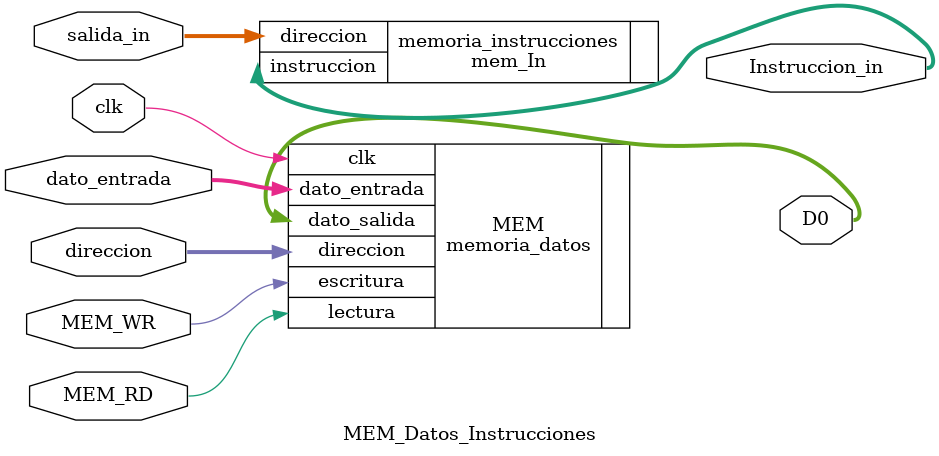
<source format=v>
`timescale 1ns / 1ps


module MEM_Datos_Instrucciones(clk,salida_in,dato_entrada,direccion,D0,Instruccion_in,MEM_RD,MEM_WR);

input [31:0]salida_in,dato_entrada,direccion;
output [31:0]D0,Instruccion_in;
input MEM_RD,MEM_WR,clk;

///////////////////////////////////////////////////////////////7
// instancia de memoria

mem_In memoria_instrucciones(
                .direccion(salida_in),    
                .instruccion(Instruccion_in));
                
/////////////////////////////////////////////                
                
//INSTANCIA MEMORIA DE Datos
memoria_datos MEM ( 
                    .direccion(direccion), 
                    .dato_entrada(dato_entrada), 
                    .dato_salida(D0), 
                    .clk(clk),
                    .escritura(MEM_WR),
                    .lectura(MEM_RD));
endmodule

</source>
